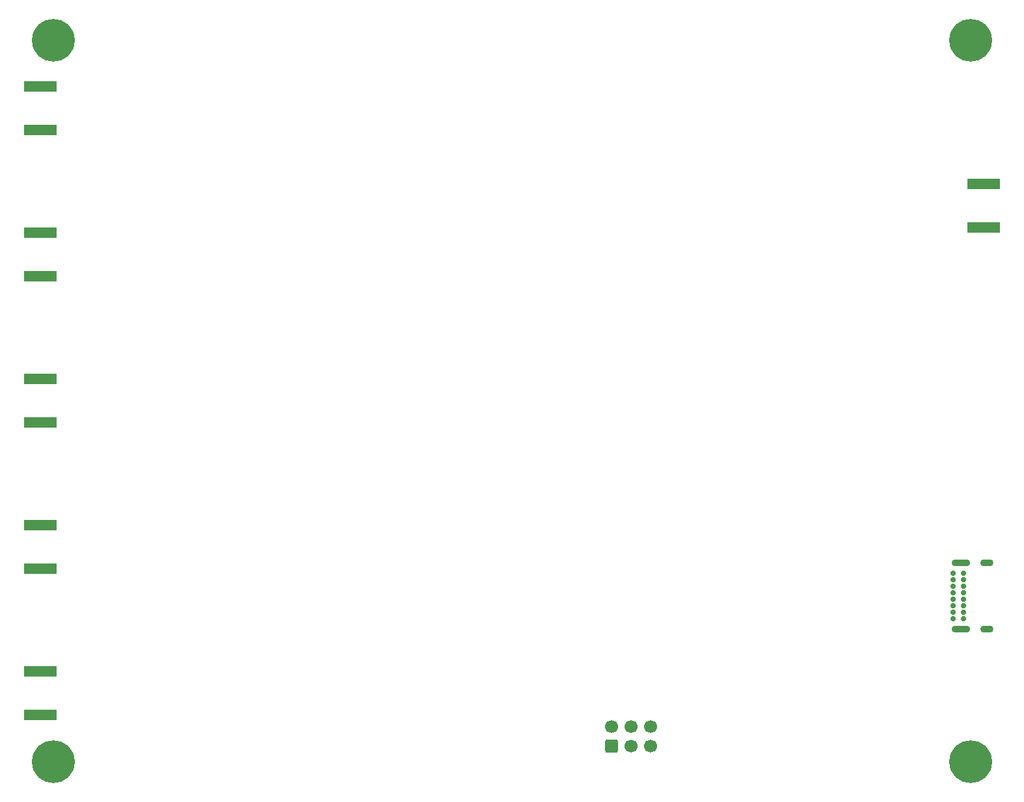
<source format=gbr>
%TF.GenerationSoftware,KiCad,Pcbnew,8.0.0*%
%TF.CreationDate,2024-03-17T22:04:36-04:00*%
%TF.ProjectId,S-Band Transceiver,532d4261-6e64-4205-9472-616e73636569,v1.0*%
%TF.SameCoordinates,Original*%
%TF.FileFunction,Soldermask,Bot*%
%TF.FilePolarity,Negative*%
%FSLAX46Y46*%
G04 Gerber Fmt 4.6, Leading zero omitted, Abs format (unit mm)*
G04 Created by KiCad (PCBNEW 8.0.0) date 2024-03-17 22:04:36*
%MOMM*%
%LPD*%
G01*
G04 APERTURE LIST*
G04 Aperture macros list*
%AMRoundRect*
0 Rectangle with rounded corners*
0 $1 Rounding radius*
0 $2 $3 $4 $5 $6 $7 $8 $9 X,Y pos of 4 corners*
0 Add a 4 corners polygon primitive as box body*
4,1,4,$2,$3,$4,$5,$6,$7,$8,$9,$2,$3,0*
0 Add four circle primitives for the rounded corners*
1,1,$1+$1,$2,$3*
1,1,$1+$1,$4,$5*
1,1,$1+$1,$6,$7*
1,1,$1+$1,$8,$9*
0 Add four rect primitives between the rounded corners*
20,1,$1+$1,$2,$3,$4,$5,0*
20,1,$1+$1,$4,$5,$6,$7,0*
20,1,$1+$1,$6,$7,$8,$9,0*
20,1,$1+$1,$8,$9,$2,$3,0*%
G04 Aperture macros list end*
%ADD10C,5.562600*%
%ADD11C,0.700000*%
%ADD12O,2.400000X0.900000*%
%ADD13O,1.700000X0.900000*%
%ADD14RoundRect,0.250000X0.600000X-0.600000X0.600000X0.600000X-0.600000X0.600000X-0.600000X-0.600000X0*%
%ADD15C,1.700000*%
%ADD16R,4.200000X1.350000*%
G04 APERTURE END LIST*
D10*
%TO.C,H4*%
X186690000Y-123190000D03*
%TD*%
%TO.C,H3*%
X67310000Y-123190000D03*
%TD*%
%TO.C,H2*%
X186690000Y-29210000D03*
%TD*%
%TO.C,H1*%
X67310000Y-29210000D03*
%TD*%
D11*
%TO.C,J4*%
X184443000Y-104575000D03*
X184443000Y-103725000D03*
X184443000Y-102875000D03*
X184443000Y-102025000D03*
X184443000Y-101175000D03*
X184443000Y-100325000D03*
X184443000Y-99475000D03*
X184443000Y-98625000D03*
X185793000Y-98625000D03*
X185793000Y-99475000D03*
X185793000Y-100325000D03*
X185793000Y-101175000D03*
X185793000Y-102025000D03*
X185793000Y-102875000D03*
X185793000Y-103725000D03*
X185793000Y-104575000D03*
D12*
X185423000Y-105925000D03*
D13*
X188803000Y-105925000D03*
D12*
X185423000Y-97275000D03*
D13*
X188803000Y-97275000D03*
%TD*%
D14*
%TO.C,J3*%
X139954000Y-121158000D03*
D15*
X139954000Y-118618000D03*
X142494000Y-121158000D03*
X142494000Y-118618000D03*
X145034000Y-121158000D03*
X145034000Y-118618000D03*
%TD*%
D16*
%TO.C,J5*%
X65659000Y-117125000D03*
X65659000Y-111475000D03*
%TD*%
%TO.C,J8*%
X65659000Y-54325000D03*
X65659000Y-59975000D03*
%TD*%
%TO.C,J1*%
X188377500Y-53625000D03*
X188377500Y-47975000D03*
%TD*%
%TO.C,J2*%
X65659000Y-98075000D03*
X65659000Y-92425000D03*
%TD*%
%TO.C,J7*%
X65659000Y-73375000D03*
X65659000Y-79025000D03*
%TD*%
%TO.C,J6*%
X65659000Y-35275000D03*
X65659000Y-40925000D03*
%TD*%
M02*

</source>
